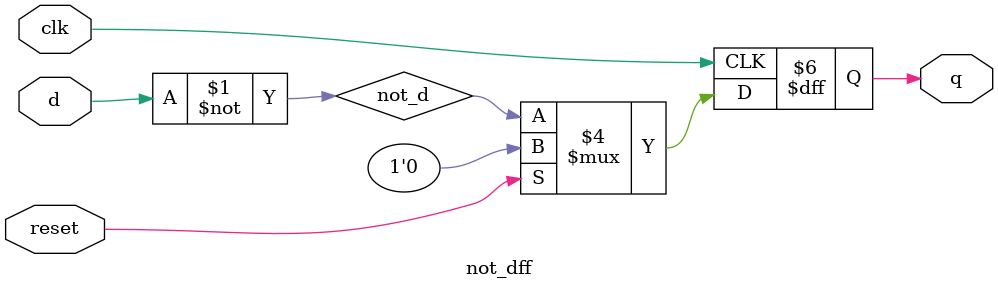
<source format=v>
module not_dff (
    input clk,
    input reset,
    input d,
    output reg q
);

    wire not_d;
    assign not_d = ~d;

    always @(posedge clk) begin
        if (reset)
            q <= 1'b0;
        else
            q <= not_d;
    end

endmodule
</source>
